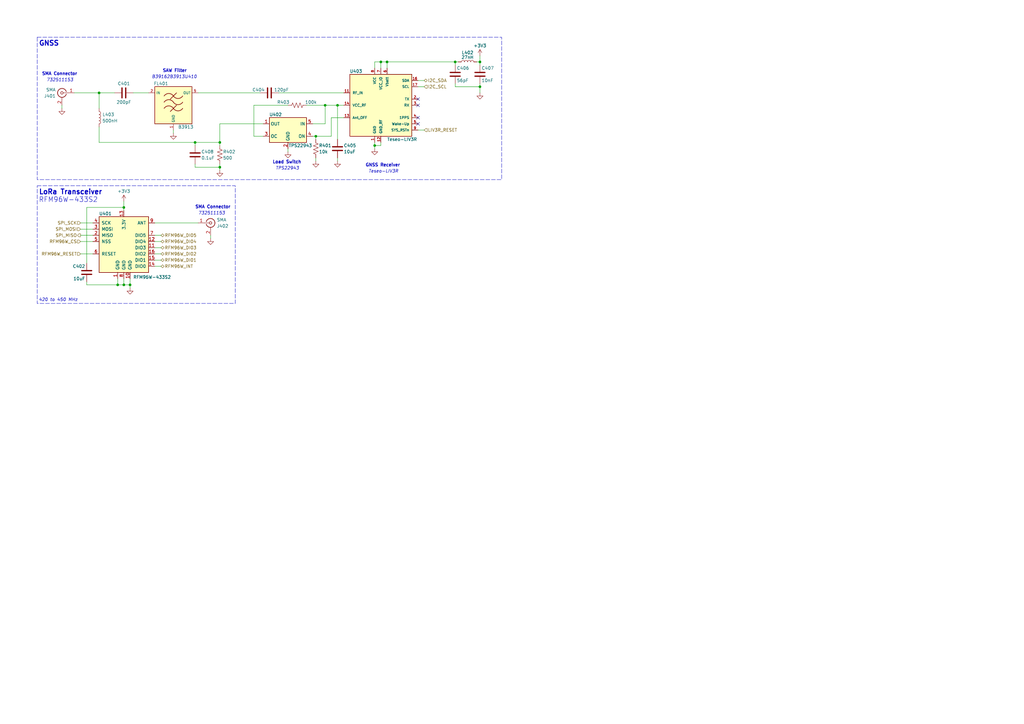
<source format=kicad_sch>
(kicad_sch (version 20230121) (generator eeschema)

  (uuid 25e87aab-0877-4568-a426-1d554c854643)

  (paper "A3")

  (title_block
    (title "MIDAS RF MK1.1")
    (date "2024-01-11")
    (rev "A")
    (company "Illinois Space Society")
    (comment 3 "Quinn Athas")
    (comment 4 "Contributors: Rishi Gottumukkala, Thomas McManamen, Peter Giannetos, Yubo Wu, ")
  )

  (lib_symbols
    (symbol "Connector:Conn_Coaxial" (pin_names (offset 1.016) hide) (in_bom yes) (on_board yes)
      (property "Reference" "J" (at 0.254 3.048 0)
        (effects (font (size 1.27 1.27)))
      )
      (property "Value" "Conn_Coaxial" (at 2.921 0 90)
        (effects (font (size 1.27 1.27)))
      )
      (property "Footprint" "" (at 0 0 0)
        (effects (font (size 1.27 1.27)) hide)
      )
      (property "Datasheet" " ~" (at 0 0 0)
        (effects (font (size 1.27 1.27)) hide)
      )
      (property "ki_keywords" "BNC SMA SMB SMC LEMO coaxial connector CINCH RCA" (at 0 0 0)
        (effects (font (size 1.27 1.27)) hide)
      )
      (property "ki_description" "coaxial connector (BNC, SMA, SMB, SMC, Cinch/RCA, LEMO, ...)" (at 0 0 0)
        (effects (font (size 1.27 1.27)) hide)
      )
      (property "ki_fp_filters" "*BNC* *SMA* *SMB* *SMC* *Cinch* *LEMO*" (at 0 0 0)
        (effects (font (size 1.27 1.27)) hide)
      )
      (symbol "Conn_Coaxial_0_1"
        (arc (start -1.778 -0.508) (mid 0.2311 -1.8066) (end 1.778 0)
          (stroke (width 0.254) (type default))
          (fill (type none))
        )
        (polyline
          (pts
            (xy -2.54 0)
            (xy -0.508 0)
          )
          (stroke (width 0) (type default))
          (fill (type none))
        )
        (polyline
          (pts
            (xy 0 -2.54)
            (xy 0 -1.778)
          )
          (stroke (width 0) (type default))
          (fill (type none))
        )
        (circle (center 0 0) (radius 0.508)
          (stroke (width 0.2032) (type default))
          (fill (type none))
        )
        (arc (start 1.778 0) (mid 0.2099 1.8101) (end -1.778 0.508)
          (stroke (width 0.254) (type default))
          (fill (type none))
        )
      )
      (symbol "Conn_Coaxial_1_1"
        (pin passive line (at -5.08 0 0) (length 2.54)
          (name "In" (effects (font (size 1.27 1.27))))
          (number "1" (effects (font (size 1.27 1.27))))
        )
        (pin passive line (at 0 -5.08 90) (length 2.54)
          (name "Ext" (effects (font (size 1.27 1.27))))
          (number "2" (effects (font (size 1.27 1.27))))
        )
      )
    )
    (symbol "D24V50F5:C" (pin_numbers hide) (pin_names (offset 0.254)) (in_bom yes) (on_board yes)
      (property "Reference" "C" (at 0.635 2.54 0)
        (effects (font (size 1.27 1.27)) (justify left))
      )
      (property "Value" "C" (at 0.635 -2.54 0)
        (effects (font (size 1.27 1.27)) (justify left))
      )
      (property "Footprint" "" (at 0.9652 -3.81 0)
        (effects (font (size 1.27 1.27)) hide)
      )
      (property "Datasheet" "~" (at 0 0 0)
        (effects (font (size 1.27 1.27)) hide)
      )
      (property "ki_keywords" "cap capacitor" (at 0 0 0)
        (effects (font (size 1.27 1.27)) hide)
      )
      (property "ki_description" "Unpolarized capacitor" (at 0 0 0)
        (effects (font (size 1.27 1.27)) hide)
      )
      (property "ki_fp_filters" "C_*" (at 0 0 0)
        (effects (font (size 1.27 1.27)) hide)
      )
      (symbol "C_0_1"
        (polyline
          (pts
            (xy -2.032 -0.762)
            (xy 2.032 -0.762)
          )
          (stroke (width 0.508) (type default))
          (fill (type none))
        )
        (polyline
          (pts
            (xy -2.032 0.762)
            (xy 2.032 0.762)
          )
          (stroke (width 0.508) (type default))
          (fill (type none))
        )
      )
      (symbol "C_1_1"
        (pin passive line (at 0 3.81 270) (length 2.794)
          (name "~" (effects (font (size 1.27 1.27))))
          (number "1" (effects (font (size 1.27 1.27))))
        )
        (pin passive line (at 0 -3.81 90) (length 2.794)
          (name "~" (effects (font (size 1.27 1.27))))
          (number "2" (effects (font (size 1.27 1.27))))
        )
      )
    )
    (symbol "Device:C" (pin_numbers hide) (pin_names (offset 0.254)) (in_bom yes) (on_board yes)
      (property "Reference" "C" (at 0.635 2.54 0)
        (effects (font (size 1.27 1.27)) (justify left))
      )
      (property "Value" "C" (at 0.635 -2.54 0)
        (effects (font (size 1.27 1.27)) (justify left))
      )
      (property "Footprint" "" (at 0.9652 -3.81 0)
        (effects (font (size 1.27 1.27)) hide)
      )
      (property "Datasheet" "~" (at 0 0 0)
        (effects (font (size 1.27 1.27)) hide)
      )
      (property "ki_keywords" "cap capacitor" (at 0 0 0)
        (effects (font (size 1.27 1.27)) hide)
      )
      (property "ki_description" "Unpolarized capacitor" (at 0 0 0)
        (effects (font (size 1.27 1.27)) hide)
      )
      (property "ki_fp_filters" "C_*" (at 0 0 0)
        (effects (font (size 1.27 1.27)) hide)
      )
      (symbol "C_0_1"
        (polyline
          (pts
            (xy -2.032 -0.762)
            (xy 2.032 -0.762)
          )
          (stroke (width 0.508) (type default))
          (fill (type none))
        )
        (polyline
          (pts
            (xy -2.032 0.762)
            (xy 2.032 0.762)
          )
          (stroke (width 0.508) (type default))
          (fill (type none))
        )
      )
      (symbol "C_1_1"
        (pin passive line (at 0 3.81 270) (length 2.794)
          (name "~" (effects (font (size 1.27 1.27))))
          (number "1" (effects (font (size 1.27 1.27))))
        )
        (pin passive line (at 0 -3.81 90) (length 2.794)
          (name "~" (effects (font (size 1.27 1.27))))
          (number "2" (effects (font (size 1.27 1.27))))
        )
      )
    )
    (symbol "Device:L" (pin_numbers hide) (pin_names (offset 1.016) hide) (in_bom yes) (on_board yes)
      (property "Reference" "L" (at -1.27 0 90)
        (effects (font (size 1.27 1.27)))
      )
      (property "Value" "L" (at 1.905 0 90)
        (effects (font (size 1.27 1.27)))
      )
      (property "Footprint" "" (at 0 0 0)
        (effects (font (size 1.27 1.27)) hide)
      )
      (property "Datasheet" "~" (at 0 0 0)
        (effects (font (size 1.27 1.27)) hide)
      )
      (property "ki_keywords" "inductor choke coil reactor magnetic" (at 0 0 0)
        (effects (font (size 1.27 1.27)) hide)
      )
      (property "ki_description" "Inductor" (at 0 0 0)
        (effects (font (size 1.27 1.27)) hide)
      )
      (property "ki_fp_filters" "Choke_* *Coil* Inductor_* L_*" (at 0 0 0)
        (effects (font (size 1.27 1.27)) hide)
      )
      (symbol "L_0_1"
        (arc (start 0 -2.54) (mid 0.6323 -1.905) (end 0 -1.27)
          (stroke (width 0) (type default))
          (fill (type none))
        )
        (arc (start 0 -1.27) (mid 0.6323 -0.635) (end 0 0)
          (stroke (width 0) (type default))
          (fill (type none))
        )
        (arc (start 0 0) (mid 0.6323 0.635) (end 0 1.27)
          (stroke (width 0) (type default))
          (fill (type none))
        )
        (arc (start 0 1.27) (mid 0.6323 1.905) (end 0 2.54)
          (stroke (width 0) (type default))
          (fill (type none))
        )
      )
      (symbol "L_1_1"
        (pin passive line (at 0 3.81 270) (length 1.27)
          (name "1" (effects (font (size 1.27 1.27))))
          (number "1" (effects (font (size 1.27 1.27))))
        )
        (pin passive line (at 0 -3.81 90) (length 1.27)
          (name "2" (effects (font (size 1.27 1.27))))
          (number "2" (effects (font (size 1.27 1.27))))
        )
      )
    )
    (symbol "Device:R_US" (pin_numbers hide) (pin_names (offset 0)) (in_bom yes) (on_board yes)
      (property "Reference" "R" (at 2.54 0 90)
        (effects (font (size 1.27 1.27)))
      )
      (property "Value" "R_US" (at -2.54 0 90)
        (effects (font (size 1.27 1.27)))
      )
      (property "Footprint" "" (at 1.016 -0.254 90)
        (effects (font (size 1.27 1.27)) hide)
      )
      (property "Datasheet" "~" (at 0 0 0)
        (effects (font (size 1.27 1.27)) hide)
      )
      (property "ki_keywords" "R res resistor" (at 0 0 0)
        (effects (font (size 1.27 1.27)) hide)
      )
      (property "ki_description" "Resistor, US symbol" (at 0 0 0)
        (effects (font (size 1.27 1.27)) hide)
      )
      (property "ki_fp_filters" "R_*" (at 0 0 0)
        (effects (font (size 1.27 1.27)) hide)
      )
      (symbol "R_US_0_1"
        (polyline
          (pts
            (xy 0 -2.286)
            (xy 0 -2.54)
          )
          (stroke (width 0) (type default))
          (fill (type none))
        )
        (polyline
          (pts
            (xy 0 2.286)
            (xy 0 2.54)
          )
          (stroke (width 0) (type default))
          (fill (type none))
        )
        (polyline
          (pts
            (xy 0 -0.762)
            (xy 1.016 -1.143)
            (xy 0 -1.524)
            (xy -1.016 -1.905)
            (xy 0 -2.286)
          )
          (stroke (width 0) (type default))
          (fill (type none))
        )
        (polyline
          (pts
            (xy 0 0.762)
            (xy 1.016 0.381)
            (xy 0 0)
            (xy -1.016 -0.381)
            (xy 0 -0.762)
          )
          (stroke (width 0) (type default))
          (fill (type none))
        )
        (polyline
          (pts
            (xy 0 2.286)
            (xy 1.016 1.905)
            (xy 0 1.524)
            (xy -1.016 1.143)
            (xy 0 0.762)
          )
          (stroke (width 0) (type default))
          (fill (type none))
        )
      )
      (symbol "R_US_1_1"
        (pin passive line (at 0 3.81 270) (length 1.27)
          (name "~" (effects (font (size 1.27 1.27))))
          (number "1" (effects (font (size 1.27 1.27))))
        )
        (pin passive line (at 0 -3.81 90) (length 1.27)
          (name "~" (effects (font (size 1.27 1.27))))
          (number "2" (effects (font (size 1.27 1.27))))
        )
      )
    )
    (symbol "RF_Filter_Qualcomm:B3913" (in_bom yes) (on_board yes)
      (property "Reference" "FL" (at -6.35 8.89 0)
        (effects (font (size 1.27 1.27)))
      )
      (property "Value" "B3913" (at 7.62 8.89 0)
        (effects (font (size 1.27 1.27)) (justify right))
      )
      (property "Footprint" "RF_Filter_Qualcomm:Qualcomm_SMD-6" (at 0 -21.59 0)
        (effects (font (size 1.27 1.27)) hide)
      )
      (property "Datasheet" "https://mm.digikey.com/Volume0/opasdata/d220001/medias/docus/4271/B39162B3913U410_DS.pdf" (at 0 -24.13 0)
        (effects (font (size 1.27 1.27)) hide)
      )
      (property "ki_keywords" "SAW RF filter GPS/GLONASS/Galileo Center 1588MHz Qualcomm" (at 0 0 0)
        (effects (font (size 1.27 1.27)) hide)
      )
      (property "ki_description" "SAW RF filter GPS/GLONASS/Galileo Center 1588MHz Qualcomm" (at 0 0 0)
        (effects (font (size 1.27 1.27)) hide)
      )
      (symbol "B3913_0_0"
        (rectangle (start -7.62 7.62) (end 7.62 -7.62)
          (stroke (width 0.254) (type default))
          (fill (type background))
        )
        (pin input line (at -10.16 5.08 0) (length 2.54)
          (name "IN" (effects (font (size 1.016 1.016))))
          (number "2" (effects (font (size 1.016 1.016))))
        )
        (pin output line (at 10.16 5.08 180) (length 2.54)
          (name "OUT" (effects (font (size 1.016 1.016))))
          (number "5" (effects (font (size 1.016 1.016))))
        )
      )
      (symbol "B3913_0_1"
        (arc (start 0 -1.2699) (mid -1.905 -0.2504) (end -3.81 -1.2699)
          (stroke (width 0.254) (type default))
          (fill (type none))
        )
        (arc (start 0 -1.2699) (mid 1.905 -2.2894) (end 3.81 -1.2699)
          (stroke (width 0.254) (type default))
          (fill (type none))
        )
        (polyline
          (pts
            (xy -1.27 -2.5399)
            (xy 1.27 0.0001)
          )
          (stroke (width 0.254) (type default))
          (fill (type none))
        )
        (polyline
          (pts
            (xy -1.27 2.5401)
            (xy 1.27 5.0801)
          )
          (stroke (width 0.254) (type default))
          (fill (type none))
        )
        (arc (start 0 1.2701) (mid -1.905 2.2896) (end -3.81 1.2701)
          (stroke (width 0.254) (type default))
          (fill (type none))
        )
        (arc (start 0 1.2701) (mid 1.905 0.2506) (end 3.81 1.2701)
          (stroke (width 0.254) (type default))
          (fill (type none))
        )
        (arc (start 0 3.8101) (mid -1.905 4.8296) (end -3.81 3.8101)
          (stroke (width 0.254) (type default))
          (fill (type none))
        )
        (arc (start 0 3.8101) (mid 1.905 2.7906) (end 3.81 3.8101)
          (stroke (width 0.254) (type default))
          (fill (type none))
        )
      )
      (symbol "B3913_1_0"
        (pin power_in line (at 0 -10.16 90) (length 2.54)
          (name "GND" (effects (font (size 1.016 1.016))))
          (number "1" (effects (font (size 1.016 1.016))))
        )
        (pin power_in line (at 0 -10.16 90) (length 2.54) hide
          (name "GND" (effects (font (size 1.016 1.016))))
          (number "3" (effects (font (size 1.016 1.016))))
        )
        (pin power_in line (at 0 -10.16 90) (length 2.54) hide
          (name "GND" (effects (font (size 1.016 1.016))))
          (number "4" (effects (font (size 1.016 1.016))))
        )
        (pin power_in line (at 0 -10.16 90) (length 2.54) hide
          (name "GND" (effects (font (size 1.016 1.016))))
          (number "6" (effects (font (size 1.016 1.016))))
        )
      )
    )
    (symbol "RF_GPS_ST:Teseo-LIV3R" (pin_names (offset 1.016)) (in_bom yes) (on_board yes)
      (property "Reference" "U" (at -12.065 14.605 0)
        (effects (font (size 1.27 1.27)))
      )
      (property "Value" "Teseo-LIV3R" (at 10.795 -13.97 0)
        (effects (font (size 1.27 1.27)))
      )
      (property "Footprint" "RF_GPS_ST:Teseo-LIV3R" (at 0 -22.86 0)
        (effects (font (size 1.27 1.27)) (justify bottom) hide)
      )
      (property "Datasheet" "https://www.st.com/resource/en/datasheet/teseo-liv3r.pdf" (at 0 -17.78 0)
        (effects (font (size 1.27 1.27)) hide)
      )
      (property "ki_keywords" "GNSS GPS Module ROM 100km 163 dBm tracking sensitivity 1.5 m CEP ST STMicroelectronics" (at 0 0 0)
        (effects (font (size 1.27 1.27)) hide)
      )
      (property "ki_description" "GNSS Module ROM 100km, 163 dBm tracking sensitivity, 1.5 m CEP ST" (at 0 0 0)
        (effects (font (size 1.27 1.27)) hide)
      )
      (symbol "Teseo-LIV3R_0_0"
        (rectangle (start -12.7 12.7) (end 12.7 -12.7)
          (stroke (width 0.254) (type default))
          (fill (type background))
        )
        (pin power_in line (at 2.54 -15.24 90) (length 2.54)
          (name "GND" (effects (font (size 1.016 1.016))))
          (number "1" (effects (font (size 1.016 1.016))))
        )
        (pin input line (at 15.24 5.08 180) (length 2.54)
          (name "RF_IN" (effects (font (size 1.016 1.016))))
          (number "11" (effects (font (size 1.016 1.016))))
        )
        (pin power_in line (at 0 -15.24 90) (length 2.54)
          (name "GND_RF" (effects (font (size 1.016 1.016))))
          (number "12" (effects (font (size 1.016 1.016))))
        )
        (pin power_out line (at 15.24 0 180) (length 2.54)
          (name "VCC_RF" (effects (font (size 1.016 1.016))))
          (number "14" (effects (font (size 1.016 1.016))))
        )
        (pin bidirectional line (at -15.24 10.16 0) (length 2.54)
          (name "SDA" (effects (font (size 1.016 1.016))))
          (number "16" (effects (font (size 1.016 1.016))))
        )
        (pin input line (at -15.24 7.62 0) (length 2.54)
          (name "SCL" (effects (font (size 1.016 1.016))))
          (number "17" (effects (font (size 1.016 1.016))))
        )
        (pin output line (at -15.24 2.54 0) (length 2.54)
          (name "TX" (effects (font (size 1.016 1.016))))
          (number "2" (effects (font (size 1.016 1.016))))
        )
        (pin input line (at -15.24 0 0) (length 2.54)
          (name "RX" (effects (font (size 1.016 1.016))))
          (number "3" (effects (font (size 1.016 1.016))))
        )
        (pin output line (at -15.24 -5.08 0) (length 2.54)
          (name "1PPS" (effects (font (size 1.016 1.016))))
          (number "4" (effects (font (size 1.016 1.016))))
        )
        (pin input line (at -15.24 -7.62 0) (length 2.54)
          (name "Wake-Up" (effects (font (size 1.016 1.016))))
          (number "5" (effects (font (size 1.016 1.016))))
        )
        (pin power_in line (at -2.54 15.24 270) (length 2.54)
          (name "Vbatt" (effects (font (size 1.016 1.016))))
          (number "6" (effects (font (size 1.016 1.016))))
        )
        (pin power_in line (at 0 15.24 270) (length 2.54)
          (name "VCC_IO" (effects (font (size 1.016 1.016))))
          (number "7" (effects (font (size 1.016 1.016))))
        )
        (pin power_in line (at 2.54 15.24 270) (length 2.54)
          (name "VCC" (effects (font (size 1.016 1.016))))
          (number "8" (effects (font (size 1.016 1.016))))
        )
        (pin input line (at -15.24 -10.16 0) (length 2.54)
          (name "SYS_RSTn" (effects (font (size 1.016 1.016))))
          (number "9" (effects (font (size 1.016 1.016))))
        )
      )
      (symbol "Teseo-LIV3R_1_0"
        (pin power_in line (at 0 -15.24 90) (length 2.54) hide
          (name "GND_RF" (effects (font (size 1.016 1.016))))
          (number "10" (effects (font (size 1.016 1.016))))
        )
        (pin output line (at 15.24 -5.08 180) (length 2.54)
          (name "Ant_OFF" (effects (font (size 1.016 1.016))))
          (number "13" (effects (font (size 1.016 1.016))))
        )
        (pin no_connect line (at 15.24 -10.16 180) (length 2.54) hide
          (name "Reserved" (effects (font (size 1.016 1.016))))
          (number "15" (effects (font (size 1.016 1.016))))
        )
        (pin no_connect line (at 15.24 -10.16 180) (length 2.54) hide
          (name "Reserved" (effects (font (size 1.016 1.016))))
          (number "18" (effects (font (size 1.016 1.016))))
        )
      )
    )
    (symbol "RF_Module:RFM96W-433S2" (pin_names (offset 1.016)) (in_bom yes) (on_board yes)
      (property "Reference" "U" (at -10.414 11.684 0)
        (effects (font (size 1.27 1.27)) (justify left))
      )
      (property "Value" "RFM96W-433S2" (at 1.524 11.43 0)
        (effects (font (size 1.27 1.27)) (justify left))
      )
      (property "Footprint" "" (at -83.82 41.91 0)
        (effects (font (size 1.27 1.27)) hide)
      )
      (property "Datasheet" "https://www.hoperf.com/data/upload/portal/20181127/5bfcc0ac60235.pdf" (at -83.82 41.91 0)
        (effects (font (size 1.27 1.27)) hide)
      )
      (property "ki_keywords" "Low power long range transceiver module" (at 0 0 0)
        (effects (font (size 1.27 1.27)) hide)
      )
      (property "ki_description" "Low power long range transceiver module, SPI and parallel interface, 433 MHz, spreading factor 6 to12, bandwidth 7.8 to 500kHz, -111 to -148 dBm, SMD-16, DIP-16" (at 0 0 0)
        (effects (font (size 1.27 1.27)) hide)
      )
      (property "ki_fp_filters" "HOPERF*RFM9XW*" (at 0 0 0)
        (effects (font (size 1.27 1.27)) hide)
      )
      (symbol "RFM96W-433S2_0_1"
        (rectangle (start -10.16 10.16) (end 10.16 -12.7)
          (stroke (width 0.254) (type default))
          (fill (type background))
        )
      )
      (symbol "RFM96W-433S2_1_1"
        (pin power_in line (at -2.54 -15.24 90) (length 2.54)
          (name "GND" (effects (font (size 1.27 1.27))))
          (number "1" (effects (font (size 1.27 1.27))))
        )
        (pin power_in line (at 2.54 -15.24 90) (length 2.54)
          (name "GND" (effects (font (size 1.27 1.27))))
          (number "10" (effects (font (size 1.27 1.27))))
        )
        (pin bidirectional line (at 12.7 -2.54 180) (length 2.54)
          (name "DIO3" (effects (font (size 1.27 1.27))))
          (number "11" (effects (font (size 1.27 1.27))))
        )
        (pin bidirectional line (at 12.7 0 180) (length 2.54)
          (name "DIO4" (effects (font (size 1.27 1.27))))
          (number "12" (effects (font (size 1.27 1.27))))
        )
        (pin power_in line (at 0 12.7 270) (length 2.54)
          (name "3.3V" (effects (font (size 1.27 1.27))))
          (number "13" (effects (font (size 1.27 1.27))))
        )
        (pin bidirectional line (at 12.7 -10.16 180) (length 2.54)
          (name "DIO0" (effects (font (size 1.27 1.27))))
          (number "14" (effects (font (size 1.27 1.27))))
        )
        (pin bidirectional line (at 12.7 -7.62 180) (length 2.54)
          (name "DIO1" (effects (font (size 1.27 1.27))))
          (number "15" (effects (font (size 1.27 1.27))))
        )
        (pin bidirectional line (at 12.7 -5.08 180) (length 2.54)
          (name "DIO2" (effects (font (size 1.27 1.27))))
          (number "16" (effects (font (size 1.27 1.27))))
        )
        (pin output line (at -12.7 2.54 0) (length 2.54)
          (name "MISO" (effects (font (size 1.27 1.27))))
          (number "2" (effects (font (size 1.27 1.27))))
        )
        (pin input line (at -12.7 5.08 0) (length 2.54)
          (name "MOSI" (effects (font (size 1.27 1.27))))
          (number "3" (effects (font (size 1.27 1.27))))
        )
        (pin input line (at -12.7 7.62 0) (length 2.54)
          (name "SCK" (effects (font (size 1.27 1.27))))
          (number "4" (effects (font (size 1.27 1.27))))
        )
        (pin input line (at -12.7 0 0) (length 2.54)
          (name "NSS" (effects (font (size 1.27 1.27))))
          (number "5" (effects (font (size 1.27 1.27))))
        )
        (pin bidirectional line (at -12.7 -5.08 0) (length 2.54)
          (name "RESET" (effects (font (size 1.27 1.27))))
          (number "6" (effects (font (size 1.27 1.27))))
        )
        (pin bidirectional line (at 12.7 2.54 180) (length 2.54)
          (name "DIO5" (effects (font (size 1.27 1.27))))
          (number "7" (effects (font (size 1.27 1.27))))
        )
        (pin power_in line (at 0 -15.24 90) (length 2.54)
          (name "GND" (effects (font (size 1.27 1.27))))
          (number "8" (effects (font (size 1.27 1.27))))
        )
        (pin bidirectional line (at 12.7 7.62 180) (length 2.54)
          (name "ANT" (effects (font (size 1.27 1.27))))
          (number "9" (effects (font (size 1.27 1.27))))
        )
      )
    )
    (symbol "Switch_Texas:TPS22943" (in_bom yes) (on_board yes)
      (property "Reference" "U" (at -6.35 6.35 0)
        (effects (font (size 1.27 1.27)))
      )
      (property "Value" "TPS22943" (at 6.35 -6.35 0)
        (effects (font (size 1.27 1.27)))
      )
      (property "Footprint" "Package_TO_SOT_SMD:SOT-353_SC-70-5" (at 1.27 -19.05 0)
        (effects (font (size 1.27 1.27)) hide)
      )
      (property "Datasheet" "https://www.ti.com/lit/gpn/tps22943" (at 0 -21.59 0)
        (effects (font (size 1.27 1.27)) hide)
      )
      (property "ki_keywords" "TPS22943 Load Switch" (at 0 0 0)
        (effects (font (size 1.27 1.27)) hide)
      )
      (property "ki_description" "Load switch with current limit and active high enable" (at 0 0 0)
        (effects (font (size 1.27 1.27)) hide)
      )
      (property "ki_fp_filters" "SOT?23*" (at 0 0 0)
        (effects (font (size 1.27 1.27)) hide)
      )
      (symbol "TPS22943_0_1"
        (rectangle (start -7.62 5.08) (end 7.62 -5.08)
          (stroke (width 0.254) (type default))
          (fill (type background))
        )
      )
      (symbol "TPS22943_1_1"
        (pin power_out line (at 10.16 2.54 180) (length 2.54)
          (name "OUT" (effects (font (size 1.27 1.27))))
          (number "1" (effects (font (size 1.27 1.27))))
        )
        (pin power_in line (at 0 -7.62 90) (length 2.54)
          (name "GND" (effects (font (size 1.27 1.27))))
          (number "2" (effects (font (size 1.27 1.27))))
        )
        (pin output line (at 10.16 -2.54 180) (length 2.54)
          (name "OC" (effects (font (size 1.27 1.27))))
          (number "3" (effects (font (size 1.27 1.27))))
        )
        (pin input line (at -10.16 -2.54 0) (length 2.54)
          (name "ON" (effects (font (size 1.27 1.27))))
          (number "4" (effects (font (size 1.27 1.27))))
        )
        (pin power_in line (at -10.16 2.54 0) (length 2.54)
          (name "IN" (effects (font (size 1.27 1.27))))
          (number "5" (effects (font (size 1.27 1.27))))
        )
      )
    )
    (symbol "power:+3V3" (power) (pin_names (offset 0)) (in_bom yes) (on_board yes)
      (property "Reference" "#PWR" (at 0 -3.81 0)
        (effects (font (size 1.27 1.27)) hide)
      )
      (property "Value" "+3V3" (at 0 3.556 0)
        (effects (font (size 1.27 1.27)))
      )
      (property "Footprint" "" (at 0 0 0)
        (effects (font (size 1.27 1.27)) hide)
      )
      (property "Datasheet" "" (at 0 0 0)
        (effects (font (size 1.27 1.27)) hide)
      )
      (property "ki_keywords" "global power" (at 0 0 0)
        (effects (font (size 1.27 1.27)) hide)
      )
      (property "ki_description" "Power symbol creates a global label with name \"+3V3\"" (at 0 0 0)
        (effects (font (size 1.27 1.27)) hide)
      )
      (symbol "+3V3_0_1"
        (polyline
          (pts
            (xy -0.762 1.27)
            (xy 0 2.54)
          )
          (stroke (width 0) (type default))
          (fill (type none))
        )
        (polyline
          (pts
            (xy 0 0)
            (xy 0 2.54)
          )
          (stroke (width 0) (type default))
          (fill (type none))
        )
        (polyline
          (pts
            (xy 0 2.54)
            (xy 0.762 1.27)
          )
          (stroke (width 0) (type default))
          (fill (type none))
        )
      )
      (symbol "+3V3_1_1"
        (pin power_in line (at 0 0 90) (length 0) hide
          (name "+3V3" (effects (font (size 1.27 1.27))))
          (number "1" (effects (font (size 1.27 1.27))))
        )
      )
    )
    (symbol "power:GND" (power) (pin_names (offset 0)) (in_bom yes) (on_board yes)
      (property "Reference" "#PWR" (at 0 -6.35 0)
        (effects (font (size 1.27 1.27)) hide)
      )
      (property "Value" "GND" (at 0 -3.81 0)
        (effects (font (size 1.27 1.27)))
      )
      (property "Footprint" "" (at 0 0 0)
        (effects (font (size 1.27 1.27)) hide)
      )
      (property "Datasheet" "" (at 0 0 0)
        (effects (font (size 1.27 1.27)) hide)
      )
      (property "ki_keywords" "global power" (at 0 0 0)
        (effects (font (size 1.27 1.27)) hide)
      )
      (property "ki_description" "Power symbol creates a global label with name \"GND\" , ground" (at 0 0 0)
        (effects (font (size 1.27 1.27)) hide)
      )
      (symbol "GND_0_1"
        (polyline
          (pts
            (xy 0 0)
            (xy 0 -1.27)
            (xy 1.27 -1.27)
            (xy 0 -2.54)
            (xy -1.27 -1.27)
            (xy 0 -1.27)
          )
          (stroke (width 0) (type default))
          (fill (type none))
        )
      )
      (symbol "GND_1_1"
        (pin power_in line (at 0 0 270) (length 0) hide
          (name "GND" (effects (font (size 1.27 1.27))))
          (number "1" (effects (font (size 1.27 1.27))))
        )
      )
    )
  )

  (junction (at 80.01 58.42) (diameter 0) (color 0 0 0 0)
    (uuid 024124bd-f62b-4706-9e7b-7ccac667dc00)
  )
  (junction (at 158.75 25.4) (diameter 0) (color 0 0 0 0)
    (uuid 090a6cb9-6d4a-4854-a20a-2c2732df7054)
  )
  (junction (at 50.8 116.84) (diameter 0) (color 0 0 0 0)
    (uuid 0ba13694-939c-4532-9187-4742aa17f50e)
  )
  (junction (at 129.54 55.88) (diameter 0) (color 0 0 0 0)
    (uuid 26005a38-f162-4073-ba40-12633c1923cb)
  )
  (junction (at 40.64 38.1) (diameter 0) (color 0 0 0 0)
    (uuid 3f3abba6-4f03-4574-85d5-af9f884ee059)
  )
  (junction (at 48.26 116.84) (diameter 0) (color 0 0 0 0)
    (uuid 6132ba98-10d2-46e9-8a75-37908c3d83cb)
  )
  (junction (at 90.17 58.42) (diameter 0) (color 0 0 0 0)
    (uuid 6d48f0bf-da13-407d-ac51-7f24006086e4)
  )
  (junction (at 50.8 85.09) (diameter 0) (color 0 0 0 0)
    (uuid 6ff050e2-fdb7-40da-a6c9-d93cbfc16d46)
  )
  (junction (at 196.85 25.4) (diameter 0) (color 0 0 0 0)
    (uuid 76866073-c301-47a5-a290-a8f9c9921380)
  )
  (junction (at 138.43 43.18) (diameter 0) (color 0 0 0 0)
    (uuid 81d330e2-15f6-436c-8ab4-806529c9e299)
  )
  (junction (at 133.35 43.18) (diameter 0) (color 0 0 0 0)
    (uuid 85989c1d-a237-4f00-86b1-e5f3427966fb)
  )
  (junction (at 153.67 59.69) (diameter 0) (color 0 0 0 0)
    (uuid 8ad7099c-ef57-4e2f-9c77-d4bc9af13d59)
  )
  (junction (at 90.17 68.58) (diameter 0) (color 0 0 0 0)
    (uuid 8f56bb10-b452-4370-aab8-ef4b21daa766)
  )
  (junction (at 156.21 25.4) (diameter 0) (color 0 0 0 0)
    (uuid a9b13e46-2f85-4e8a-805c-53976fd75c88)
  )
  (junction (at 196.85 35.56) (diameter 0) (color 0 0 0 0)
    (uuid d0c4325c-970e-4ab3-beec-4f9d644566d5)
  )
  (junction (at 53.34 116.84) (diameter 0) (color 0 0 0 0)
    (uuid f851b4d0-1fe9-4430-98c8-ff0cf3ffa95b)
  )
  (junction (at 186.69 25.4) (diameter 0) (color 0 0 0 0)
    (uuid f96cc8cc-ce3d-4daa-93da-bf626e2719bd)
  )

  (no_connect (at 171.45 48.26) (uuid 1e44f6a7-1fb4-44e2-8f15-236bce9aa898))
  (no_connect (at 171.45 43.18) (uuid 6c83b8ca-f50c-4bdf-9702-1f599c997f96))
  (no_connect (at 171.45 50.8) (uuid ad9112ad-e23c-45f6-bd99-717d6cd4a26f))
  (no_connect (at 171.45 40.64) (uuid b14df118-85a9-408a-8098-487c2b74a401))

  (wire (pts (xy 35.56 85.09) (xy 50.8 85.09))
    (stroke (width 0) (type default))
    (uuid 03087d76-77f1-441e-b954-9768bfde7810)
  )
  (wire (pts (xy 153.67 59.69) (xy 153.67 60.96))
    (stroke (width 0) (type default))
    (uuid 06f89051-9556-4821-9f18-ade0e598e1dc)
  )
  (wire (pts (xy 156.21 59.69) (xy 156.21 58.42))
    (stroke (width 0) (type default))
    (uuid 079c0b26-b7dc-4f6b-b5be-e33cb2783749)
  )
  (wire (pts (xy 196.85 25.4) (xy 195.58 25.4))
    (stroke (width 0) (type default))
    (uuid 0a99bfae-ac2e-4095-a01e-eb14597ae6fa)
  )
  (wire (pts (xy 107.95 55.88) (xy 104.14 55.88))
    (stroke (width 0) (type default))
    (uuid 0afe87e2-4017-4b9f-925f-1736ed5d3b3c)
  )
  (wire (pts (xy 63.5 109.22) (xy 66.04 109.22))
    (stroke (width 0) (type default))
    (uuid 0f4f4dd6-1e93-400f-9ebf-c53a5f9a105f)
  )
  (wire (pts (xy 138.43 66.04) (xy 138.43 64.77))
    (stroke (width 0) (type default))
    (uuid 16a7722a-1228-4b65-802a-5a6867901310)
  )
  (wire (pts (xy 50.8 85.09) (xy 50.8 86.36))
    (stroke (width 0) (type default))
    (uuid 1bcd572d-f1ea-4723-a50f-d4a0e0e53bf6)
  )
  (wire (pts (xy 114.3 38.1) (xy 140.97 38.1))
    (stroke (width 0) (type default))
    (uuid 25415565-3c25-453b-bdd7-8ef6d7b879e3)
  )
  (wire (pts (xy 48.26 116.84) (xy 50.8 116.84))
    (stroke (width 0) (type default))
    (uuid 25a2b644-a177-435c-9882-4ba7fee900fe)
  )
  (wire (pts (xy 86.36 96.52) (xy 86.36 97.79))
    (stroke (width 0) (type default))
    (uuid 2849c13f-74d0-4cf8-98db-d5b3e72362c5)
  )
  (wire (pts (xy 25.4 43.18) (xy 25.4 44.45))
    (stroke (width 0) (type default))
    (uuid 2aff4f09-ae1c-4859-9e98-7d776910f2f1)
  )
  (wire (pts (xy 80.01 58.42) (xy 90.17 58.42))
    (stroke (width 0) (type default))
    (uuid 2d033d34-c2ae-4432-aab9-24dca9f1f087)
  )
  (wire (pts (xy 50.8 82.55) (xy 50.8 85.09))
    (stroke (width 0) (type default))
    (uuid 2dd2bf80-3bef-4dd6-be01-85a0f8aefabb)
  )
  (wire (pts (xy 173.99 35.56) (xy 171.45 35.56))
    (stroke (width 0) (type default))
    (uuid 366e6c32-cbcb-4919-8d16-e86ab298eed1)
  )
  (wire (pts (xy 153.67 58.42) (xy 153.67 59.69))
    (stroke (width 0) (type default))
    (uuid 3efbca2a-7b1b-4c95-bcbb-b92e115bf088)
  )
  (wire (pts (xy 156.21 25.4) (xy 156.21 27.94))
    (stroke (width 0) (type default))
    (uuid 4276e03b-3454-41a0-8297-c704f2dd628d)
  )
  (wire (pts (xy 129.54 57.15) (xy 129.54 55.88))
    (stroke (width 0) (type default))
    (uuid 435a7dbd-651d-4822-b334-8eed4c16e5e0)
  )
  (wire (pts (xy 50.8 114.3) (xy 50.8 116.84))
    (stroke (width 0) (type default))
    (uuid 486d7c56-1775-47ae-baf3-54399d3ebb13)
  )
  (wire (pts (xy 63.5 96.52) (xy 66.04 96.52))
    (stroke (width 0) (type default))
    (uuid 498b33d2-8450-40ed-ab7e-f5fc4d39daa5)
  )
  (wire (pts (xy 158.75 25.4) (xy 158.75 27.94))
    (stroke (width 0) (type default))
    (uuid 4a38a4fa-f94f-4df1-8ab0-6aa645b90beb)
  )
  (wire (pts (xy 196.85 22.86) (xy 196.85 25.4))
    (stroke (width 0) (type default))
    (uuid 4dc93374-de5c-4827-8996-5f690841ee95)
  )
  (wire (pts (xy 63.5 104.14) (xy 66.04 104.14))
    (stroke (width 0) (type default))
    (uuid 50e7d98d-37e9-4fb9-be3c-68acfb88729f)
  )
  (wire (pts (xy 90.17 68.58) (xy 80.01 68.58))
    (stroke (width 0) (type default))
    (uuid 5c6346f8-19df-4195-81a7-ca009c52dcc5)
  )
  (wire (pts (xy 133.35 43.18) (xy 133.35 50.8))
    (stroke (width 0) (type default))
    (uuid 6059ab74-f9f0-40a3-a4c4-24cce71b1886)
  )
  (wire (pts (xy 63.5 91.44) (xy 81.28 91.44))
    (stroke (width 0) (type default))
    (uuid 61230c4b-42d4-4916-b248-0672e4717d6c)
  )
  (wire (pts (xy 33.02 104.14) (xy 38.1 104.14))
    (stroke (width 0) (type default))
    (uuid 63d82eec-2d08-48d2-ab36-42b9fbded041)
  )
  (wire (pts (xy 38.1 91.44) (xy 33.02 91.44))
    (stroke (width 0) (type default))
    (uuid 6721879f-574e-4b66-9ecd-a2487d72ceed)
  )
  (wire (pts (xy 63.5 106.68) (xy 66.04 106.68))
    (stroke (width 0) (type default))
    (uuid 686e5b7e-966a-442d-8a93-853d103be033)
  )
  (wire (pts (xy 186.69 34.29) (xy 186.69 35.56))
    (stroke (width 0) (type default))
    (uuid 693e52a5-cc09-4445-99fc-f2e86ea89685)
  )
  (wire (pts (xy 129.54 55.88) (xy 128.27 55.88))
    (stroke (width 0) (type default))
    (uuid 6d0c8da5-fdd8-4bc4-9d7b-4ef8127622f6)
  )
  (wire (pts (xy 153.67 27.94) (xy 153.67 25.4))
    (stroke (width 0) (type default))
    (uuid 703a33f6-86ff-4cde-ab54-c3785cd3e5d9)
  )
  (wire (pts (xy 40.64 58.42) (xy 80.01 58.42))
    (stroke (width 0) (type default))
    (uuid 79545e96-8c47-4944-bb02-1db9d0df9438)
  )
  (wire (pts (xy 135.89 48.26) (xy 135.89 55.88))
    (stroke (width 0) (type default))
    (uuid 79cd62cf-3f06-4dd5-ba2b-a707f2b9446e)
  )
  (wire (pts (xy 90.17 67.31) (xy 90.17 68.58))
    (stroke (width 0) (type default))
    (uuid 7a727292-1408-4cb2-b6dc-fe98af06db33)
  )
  (wire (pts (xy 138.43 43.18) (xy 140.97 43.18))
    (stroke (width 0) (type default))
    (uuid 7b3d8cd8-c5f3-41b7-aeb7-61a89f9baabd)
  )
  (wire (pts (xy 104.14 43.18) (xy 118.11 43.18))
    (stroke (width 0) (type default))
    (uuid 8d6bbb43-78da-4b37-9322-97047c0c722e)
  )
  (wire (pts (xy 125.73 43.18) (xy 133.35 43.18))
    (stroke (width 0) (type default))
    (uuid 8e14cabf-c6d7-4f14-b424-85b4743a20bd)
  )
  (wire (pts (xy 138.43 43.18) (xy 133.35 43.18))
    (stroke (width 0) (type default))
    (uuid 8e8f9fb6-121b-43fb-8410-b26982a41ff1)
  )
  (wire (pts (xy 40.64 44.45) (xy 40.64 38.1))
    (stroke (width 0) (type default))
    (uuid 947ba8ba-1e2c-4b32-ae09-bcdf2a4c5ef2)
  )
  (wire (pts (xy 173.99 53.34) (xy 171.45 53.34))
    (stroke (width 0) (type default))
    (uuid 9623c725-45cd-40ad-a5b8-35b2ede7add7)
  )
  (wire (pts (xy 138.43 43.18) (xy 138.43 57.15))
    (stroke (width 0) (type default))
    (uuid 974fc1bb-059a-4f3c-973f-57c8db0d0202)
  )
  (wire (pts (xy 48.26 114.3) (xy 48.26 116.84))
    (stroke (width 0) (type default))
    (uuid 99f95a07-5dfb-4781-96e5-4dbd26bc62ef)
  )
  (wire (pts (xy 80.01 68.58) (xy 80.01 67.31))
    (stroke (width 0) (type default))
    (uuid a0ea0c73-75ec-48d2-92db-886a1d14a9a1)
  )
  (wire (pts (xy 35.56 115.57) (xy 35.56 116.84))
    (stroke (width 0) (type default))
    (uuid a3726591-fdd7-4166-9e6a-ddbca6ec43d7)
  )
  (wire (pts (xy 187.96 25.4) (xy 186.69 25.4))
    (stroke (width 0) (type default))
    (uuid a6c344cf-1540-4900-a111-796bb3b7085f)
  )
  (wire (pts (xy 53.34 116.84) (xy 53.34 118.11))
    (stroke (width 0) (type default))
    (uuid a9be0391-c047-4fb5-bdc4-2a7290be3f52)
  )
  (wire (pts (xy 63.5 99.06) (xy 66.04 99.06))
    (stroke (width 0) (type default))
    (uuid aca21158-f4bb-4848-90e4-456754c603b4)
  )
  (wire (pts (xy 158.75 25.4) (xy 186.69 25.4))
    (stroke (width 0) (type default))
    (uuid acf8d9ae-5d1f-4e59-9a72-112997c27bde)
  )
  (wire (pts (xy 153.67 59.69) (xy 156.21 59.69))
    (stroke (width 0) (type default))
    (uuid aef9dc3c-5dfe-4208-8ef1-b32ea5e5e499)
  )
  (wire (pts (xy 33.02 93.98) (xy 38.1 93.98))
    (stroke (width 0) (type default))
    (uuid af9768ec-2622-451d-ab48-84b2b3b510c1)
  )
  (wire (pts (xy 90.17 58.42) (xy 90.17 50.8))
    (stroke (width 0) (type default))
    (uuid b8bde4c6-0707-4201-b43a-1b500388e6e6)
  )
  (wire (pts (xy 71.12 53.34) (xy 71.12 54.61))
    (stroke (width 0) (type default))
    (uuid bb369347-ad9a-4696-85b7-c04ce549efd8)
  )
  (wire (pts (xy 135.89 55.88) (xy 129.54 55.88))
    (stroke (width 0) (type default))
    (uuid bcca3e0a-a581-4517-9061-2d51bb77a024)
  )
  (wire (pts (xy 186.69 35.56) (xy 196.85 35.56))
    (stroke (width 0) (type default))
    (uuid bcdb43bb-ad00-4eb2-a329-3448ee1f4883)
  )
  (wire (pts (xy 90.17 69.85) (xy 90.17 68.58))
    (stroke (width 0) (type default))
    (uuid bdb21b33-4932-4115-acca-86c8ee08d292)
  )
  (wire (pts (xy 196.85 26.67) (xy 196.85 25.4))
    (stroke (width 0) (type default))
    (uuid bfc8c296-b70b-425f-8362-5539dabb1d88)
  )
  (wire (pts (xy 156.21 25.4) (xy 158.75 25.4))
    (stroke (width 0) (type default))
    (uuid c2e6ca1b-5e20-436a-9e19-1d4f403e8d29)
  )
  (wire (pts (xy 129.54 66.04) (xy 129.54 64.77))
    (stroke (width 0) (type default))
    (uuid c606947d-270c-432d-ac67-cf86328a9fd6)
  )
  (wire (pts (xy 196.85 34.29) (xy 196.85 35.56))
    (stroke (width 0) (type default))
    (uuid ca3fac8b-75ff-49e8-9fe0-a8c80f78bd5a)
  )
  (wire (pts (xy 135.89 48.26) (xy 140.97 48.26))
    (stroke (width 0) (type default))
    (uuid cd8ff9e9-3f33-4633-aad5-ada9b526fc05)
  )
  (wire (pts (xy 133.35 50.8) (xy 128.27 50.8))
    (stroke (width 0) (type default))
    (uuid d30ed44a-6af5-4fdc-919a-07abe8db1167)
  )
  (wire (pts (xy 48.26 116.84) (xy 35.56 116.84))
    (stroke (width 0) (type default))
    (uuid d73b0ea6-007b-49a8-b23d-1c0028b7b950)
  )
  (wire (pts (xy 173.99 33.02) (xy 171.45 33.02))
    (stroke (width 0) (type default))
    (uuid d9592345-ae1f-4e25-a09c-73fac73d452d)
  )
  (wire (pts (xy 54.61 38.1) (xy 60.96 38.1))
    (stroke (width 0) (type default))
    (uuid d97f5b32-0c6f-477f-afaf-5216ab34620b)
  )
  (wire (pts (xy 90.17 58.42) (xy 90.17 59.69))
    (stroke (width 0) (type default))
    (uuid dad4e812-cf45-4f0a-9ad0-b9a4f029de94)
  )
  (wire (pts (xy 186.69 26.67) (xy 186.69 25.4))
    (stroke (width 0) (type default))
    (uuid de9aab0f-ce5e-47f1-85dd-42c711a2f62e)
  )
  (wire (pts (xy 38.1 96.52) (xy 33.02 96.52))
    (stroke (width 0) (type default))
    (uuid dfbe2a81-1009-47cb-87e7-21406f233c2a)
  )
  (wire (pts (xy 104.14 55.88) (xy 104.14 43.18))
    (stroke (width 0) (type default))
    (uuid e06a5024-98ec-48e2-9aca-ad559c3c2229)
  )
  (wire (pts (xy 35.56 85.09) (xy 35.56 107.95))
    (stroke (width 0) (type default))
    (uuid e1b4464e-f3ab-446f-963c-19d2bd84211b)
  )
  (wire (pts (xy 30.48 38.1) (xy 40.64 38.1))
    (stroke (width 0) (type default))
    (uuid e2ab8a61-a8da-416f-8405-01c75c96a4ab)
  )
  (wire (pts (xy 196.85 35.56) (xy 196.85 38.1))
    (stroke (width 0) (type default))
    (uuid e322bba6-5fdb-4fa6-8833-2959c7916b7c)
  )
  (wire (pts (xy 40.64 38.1) (xy 46.99 38.1))
    (stroke (width 0) (type default))
    (uuid e64e35cb-3216-453d-a840-6e77100e172d)
  )
  (wire (pts (xy 80.01 58.42) (xy 80.01 59.69))
    (stroke (width 0) (type default))
    (uuid e6a92e68-ac48-4f1d-a691-10b4739360ca)
  )
  (wire (pts (xy 53.34 114.3) (xy 53.34 116.84))
    (stroke (width 0) (type default))
    (uuid e8e65ac6-294d-4151-a30b-66269e619ab0)
  )
  (wire (pts (xy 81.28 38.1) (xy 106.68 38.1))
    (stroke (width 0) (type default))
    (uuid e8ed48a2-43b8-4446-bbdb-992c90cf016a)
  )
  (wire (pts (xy 53.34 116.84) (xy 50.8 116.84))
    (stroke (width 0) (type default))
    (uuid ea77b7fb-4156-46d9-b022-ecf333ffa282)
  )
  (wire (pts (xy 33.02 99.06) (xy 38.1 99.06))
    (stroke (width 0) (type default))
    (uuid f02f9786-3cbb-41aa-843d-90d1ff5e4ce9)
  )
  (wire (pts (xy 63.5 101.6) (xy 66.04 101.6))
    (stroke (width 0) (type default))
    (uuid f0dfab15-0f8d-48c8-a2c8-b8f7e8edcada)
  )
  (wire (pts (xy 90.17 50.8) (xy 107.95 50.8))
    (stroke (width 0) (type default))
    (uuid f5cf58b8-1ac9-418d-b8ca-fa2c0e3c5e7b)
  )
  (wire (pts (xy 40.64 52.07) (xy 40.64 58.42))
    (stroke (width 0) (type default))
    (uuid f8835825-3afd-4e61-af67-efcf487b357f)
  )
  (wire (pts (xy 118.11 60.96) (xy 118.11 62.23))
    (stroke (width 0) (type default))
    (uuid f98c00db-3c9b-470c-b277-cbbcb6c2b061)
  )
  (wire (pts (xy 153.67 25.4) (xy 156.21 25.4))
    (stroke (width 0) (type default))
    (uuid fa74fcdb-6957-450b-9b2b-d9f49c17a001)
  )

  (rectangle (start 15.24 15.24) (end 205.74 73.66)
    (stroke (width 0) (type dash))
    (fill (type none))
    (uuid 5195dd94-171b-4968-af71-a2db014a63cf)
  )
  (rectangle (start 15.24 76.2) (end 96.52 124.46)
    (stroke (width 0) (type dash))
    (fill (type none))
    (uuid 6915261c-03c5-4467-ac98-26f5f3ec1b57)
  )

  (text "732511153" (at 81.28 88.265 0)
    (effects (font (size 1.27 1.27) italic) (justify left bottom))
    (uuid 05e009ee-88e7-4a6c-a86d-dfb84e4731c4)
  )
  (text "GNSS Receiver" (at 149.86 68.58 0)
    (effects (font (size 1.27 1.27) (thickness 0.254) bold) (justify left bottom))
    (uuid 0df42b13-7613-46cc-b352-73875d61cf7e)
  )
  (text "B39162B3913U410" (at 62.23 32.385 0)
    (effects (font (size 1.27 1.27) italic) (justify left bottom))
    (uuid 1b2d2a9f-4b62-489c-9442-0e9b588a3be9)
  )
  (text "SAW Filter" (at 66.675 29.845 0)
    (effects (font (size 1.27 1.27) (thickness 0.254) bold) (justify left bottom))
    (uuid 1ce9693c-ad4e-4b3a-afb8-e00c3d81d8e8)
  )
  (text "TPS22943" (at 113.03 69.85 0)
    (effects (font (size 1.27 1.27) italic) (justify left bottom))
    (uuid 30457cf4-4258-4d53-ae58-f987dac328e1)
  )
  (text "SMA Connector" (at 17.145 31.115 0)
    (effects (font (size 1.27 1.27) (thickness 0.254) bold) (justify left bottom))
    (uuid 56389be7-80ad-47f7-8913-3b7cb3d4e502)
  )
  (text "SMA Connector" (at 80.01 85.725 0)
    (effects (font (size 1.27 1.27) (thickness 0.254) bold) (justify left bottom))
    (uuid 82126412-fb72-4941-8f36-37527d099bcd)
  )
  (text "Load Switch" (at 111.76 67.31 0)
    (effects (font (size 1.27 1.27) (thickness 0.254) bold) (justify left bottom))
    (uuid ae908e9f-1d60-40b2-b079-6b55e19c6471)
  )
  (text "LoRa Transceiver" (at 15.875 80.01 0)
    (effects (font (size 2 2) bold) (justify left bottom))
    (uuid af25d519-adef-44dc-a2ed-dbaf49763b6d)
  )
  (text "Teseo-LIV3R" (at 151.13 71.12 0)
    (effects (font (size 1.27 1.27) italic) (justify left bottom))
    (uuid af32de1a-6ca5-4081-b44e-0138c971f6c3)
  )
  (text "732511153" (at 19.05 33.655 0)
    (effects (font (size 1.27 1.27) italic) (justify left bottom))
    (uuid bd5c4ecf-0e7a-4a4d-b5cb-6e1b097bec4a)
  )
  (text "420 to 450 MHz" (at 15.875 123.825 0)
    (effects (font (size 1.27 1.27) italic) (justify left bottom))
    (uuid d8ed3f7e-746f-4fad-9a8c-5ad279ca163b)
  )
  (text "RFM96W-433S2" (at 15.875 83.185 0)
    (effects (font (size 2 2)) (justify left bottom))
    (uuid ec32ab69-6d59-4eb3-a6d5-c44836ee38a2)
  )
  (text "GNSS" (at 15.875 19.05 0)
    (effects (font (size 2 2) (thickness 0.4) bold) (justify left bottom))
    (uuid ee8e7161-24c7-4c08-9c06-67a989244598)
  )

  (hierarchical_label "RFM96W_DI02" (shape bidirectional) (at 66.04 104.14 0) (fields_autoplaced)
    (effects (font (size 1.27 1.27)) (justify left))
    (uuid 3b73e381-001c-45b5-ab53-e38d474c348c)
  )
  (hierarchical_label "I2C_SCL" (shape input) (at 173.99 35.56 0) (fields_autoplaced)
    (effects (font (size 1.27 1.27)) (justify left))
    (uuid 3e6bfd3e-bb18-466e-9105-62dec4051aa1)
  )
  (hierarchical_label "SPI_MOSI" (shape input) (at 33.02 93.98 180) (fields_autoplaced)
    (effects (font (size 1.27 1.27)) (justify right))
    (uuid 41728ad6-ea12-4b4b-9513-e5600a62f429)
  )
  (hierarchical_label "LIV3R_RESET" (shape input) (at 173.99 53.34 0) (fields_autoplaced)
    (effects (font (size 1.27 1.27)) (justify left))
    (uuid 652e7f3f-7a5e-4c14-ad8a-fe355824bb11)
  )
  (hierarchical_label "RFM96W_CS" (shape input) (at 33.02 99.06 180) (fields_autoplaced)
    (effects (font (size 1.27 1.27)) (justify right))
    (uuid 67d4fc99-31d0-4f52-9bb8-81255ebc1a02)
  )
  (hierarchical_label "RFM96W_DI03" (shape bidirectional) (at 66.04 101.6 0) (fields_autoplaced)
    (effects (font (size 1.27 1.27)) (justify left))
    (uuid 6af73990-1d4c-4796-81dc-974236762603)
  )
  (hierarchical_label "RFM96W_DI05" (shape bidirectional) (at 66.04 96.52 0) (fields_autoplaced)
    (effects (font (size 1.27 1.27)) (justify left))
    (uuid 86c40e53-39a8-482d-9bd0-294e80dedeb6)
  )
  (hierarchical_label "SPI_MISO" (shape output) (at 33.02 96.52 180) (fields_autoplaced)
    (effects (font (size 1.27 1.27)) (justify right))
    (uuid b775e72a-7783-43fe-95db-62ce19414aaa)
  )
  (hierarchical_label "RFM96W_DI04" (shape bidirectional) (at 66.04 99.06 0) (fields_autoplaced)
    (effects (font (size 1.27 1.27)) (justify left))
    (uuid d38ff814-fa9a-4383-a626-c2d5bfca7007)
  )
  (hierarchical_label "RFM96W_INT" (shape bidirectional) (at 66.04 109.22 0) (fields_autoplaced)
    (effects (font (size 1.27 1.27)) (justify left))
    (uuid ddb55a79-4efe-4a04-91e5-7e705aa465bd)
  )
  (hierarchical_label "SPI_SCK" (shape input) (at 33.02 91.44 180) (fields_autoplaced)
    (effects (font (size 1.27 1.27)) (justify right))
    (uuid e310c62f-ec4b-460d-a42e-b135f6016f5b)
  )
  (hierarchical_label "RFM96W_DI01" (shape bidirectional) (at 66.04 106.68 0) (fields_autoplaced)
    (effects (font (size 1.27 1.27)) (justify left))
    (uuid ed7e88d3-cd4f-4d10-b0f5-a39366aa21d7)
  )
  (hierarchical_label "I2C_SDA" (shape bidirectional) (at 173.99 33.02 0) (fields_autoplaced)
    (effects (font (size 1.27 1.27)) (justify left))
    (uuid f19fc675-3cbb-4123-b38a-461008ff1919)
  )
  (hierarchical_label "RFM96W_RESET" (shape input) (at 33.02 104.14 180) (fields_autoplaced)
    (effects (font (size 1.27 1.27)) (justify right))
    (uuid f61882b3-e9bc-4147-866e-b028f437161e)
  )

  (symbol (lib_id "Device:C") (at 186.69 30.48 0) (mirror y) (unit 1)
    (in_bom yes) (on_board yes) (dnp no)
    (uuid 056bfbf1-eeb6-49ac-838b-fa4af3416067)
    (property "Reference" "C406" (at 187.325 27.94 0)
      (effects (font (size 1.27 1.27)) (justify right))
    )
    (property "Value" "56pF" (at 187.325 33.02 0)
      (effects (font (size 1.27 1.27)) (justify right))
    )
    (property "Footprint" "Capacitor_SMD:C_0603_1608Metric" (at 185.7248 34.29 0)
      (effects (font (size 1.27 1.27)) hide)
    )
    (property "Datasheet" "~" (at 186.69 30.48 0)
      (effects (font (size 1.27 1.27)) hide)
    )
    (pin "1" (uuid 4d778492-26e1-4830-9167-300721eff2fd))
    (pin "2" (uuid 9d58fc3b-dd9c-4ab8-b9d3-f5f743ffa2ba))
    (instances
      (project "MIDAS-MK1.1"
        (path "/6007cf46-4651-4a02-8f98-d5846f3575c7/1f8badf0-4271-4f49-9799-d79e3356c3ac"
          (reference "C406") (unit 1)
        )
      )
    )
  )

  (symbol (lib_id "power:GND") (at 53.34 118.11 0) (unit 1)
    (in_bom yes) (on_board yes) (dnp no)
    (uuid 086f3125-4570-48be-b4b8-9e31e755ae82)
    (property "Reference" "#PWR0403" (at 53.34 124.46 0)
      (effects (font (size 1.27 1.27)) hide)
    )
    (property "Value" "GND" (at 53.34 121.92 0)
      (effects (font (size 1.27 1.27)) hide)
    )
    (property "Footprint" "" (at 53.34 118.11 0)
      (effects (font (size 1.27 1.27)) hide)
    )
    (property "Datasheet" "" (at 53.34 118.11 0)
      (effects (font (size 1.27 1.27)) hide)
    )
    (pin "1" (uuid a6b02c60-7444-43f0-875f-b2f8a4cd4b86))
    (instances
      (project "MIDAS-MK1.1"
        (path "/6007cf46-4651-4a02-8f98-d5846f3575c7/1f8badf0-4271-4f49-9799-d79e3356c3ac"
          (reference "#PWR0403") (unit 1)
        )
      )
    )
  )

  (symbol (lib_id "Device:C") (at 196.85 30.48 0) (mirror y) (unit 1)
    (in_bom yes) (on_board yes) (dnp no)
    (uuid 14ff4e69-d595-47ce-958f-6c6a8f103063)
    (property "Reference" "C407" (at 197.485 27.94 0)
      (effects (font (size 1.27 1.27)) (justify right))
    )
    (property "Value" "10nF" (at 197.485 33.02 0)
      (effects (font (size 1.27 1.27)) (justify right))
    )
    (property "Footprint" "Capacitor_SMD:C_0603_1608Metric" (at 195.8848 34.29 0)
      (effects (font (size 1.27 1.27)) hide)
    )
    (property "Datasheet" "~" (at 196.85 30.48 0)
      (effects (font (size 1.27 1.27)) hide)
    )
    (pin "1" (uuid 59bb5250-1015-423b-b9da-064bfa2b8c6d))
    (pin "2" (uuid 07c6dd69-61a1-4c6d-977e-884d09df52e2))
    (instances
      (project "MIDAS-MK1.1"
        (path "/6007cf46-4651-4a02-8f98-d5846f3575c7/1f8badf0-4271-4f49-9799-d79e3356c3ac"
          (reference "C407") (unit 1)
        )
      )
    )
  )

  (symbol (lib_id "power:+3V3") (at 50.8 82.55 0) (mirror y) (unit 1)
    (in_bom yes) (on_board yes) (dnp no) (fields_autoplaced)
    (uuid 16fe11a9-4ea0-4339-8f3c-9bf8ba710588)
    (property "Reference" "#PWR0402" (at 50.8 86.36 0)
      (effects (font (size 1.27 1.27)) hide)
    )
    (property "Value" "+3V3" (at 50.8 78.4169 0)
      (effects (font (size 1.27 1.27)))
    )
    (property "Footprint" "" (at 50.8 82.55 0)
      (effects (font (size 1.27 1.27)) hide)
    )
    (property "Datasheet" "" (at 50.8 82.55 0)
      (effects (font (size 1.27 1.27)) hide)
    )
    (pin "1" (uuid 0514279e-89c4-4e1c-8984-7f2232cb99bb))
    (instances
      (project "MIDAS-MK1.1"
        (path "/6007cf46-4651-4a02-8f98-d5846f3575c7/1f8badf0-4271-4f49-9799-d79e3356c3ac"
          (reference "#PWR0402") (unit 1)
        )
      )
    )
  )

  (symbol (lib_id "Connector:Conn_Coaxial") (at 25.4 38.1 0) (mirror y) (unit 1)
    (in_bom yes) (on_board yes) (dnp no)
    (uuid 290ec0bb-3f90-489c-af6b-af8780223544)
    (property "Reference" "J401" (at 22.86 39.37 0)
      (effects (font (size 1.27 1.27)) (justify left))
    )
    (property "Value" "SMA" (at 22.86 36.83 0)
      (effects (font (size 1.27 1.27)) (justify left))
    )
    (property "Footprint" "Connector_Coax:U.FL_SMA_Molex_732511153_EdgeMount_Horizontal" (at 25.4 38.1 0)
      (effects (font (size 1.27 1.27)) hide)
    )
    (property "Datasheet" "https://www.molex.com/en-us/products/part-detail/732511153?display=pdf" (at 25.4 38.1 0)
      (effects (font (size 1.27 1.27)) hide)
    )
    (pin "1" (uuid 46bd61d3-7a84-455a-8353-1d35b4ee285a))
    (pin "2" (uuid 83e6a4aa-0128-4397-ba7a-6052087a2c3d))
    (instances
      (project "MIDAS-MK1.1"
        (path "/6007cf46-4651-4a02-8f98-d5846f3575c7/1f8badf0-4271-4f49-9799-d79e3356c3ac"
          (reference "J401") (unit 1)
        )
      )
    )
  )

  (symbol (lib_id "power:GND") (at 129.54 66.04 0) (unit 1)
    (in_bom yes) (on_board yes) (dnp no)
    (uuid 35240a96-fcf7-4962-ab06-0054c124f3ab)
    (property "Reference" "#PWR0404" (at 129.54 72.39 0)
      (effects (font (size 1.27 1.27)) hide)
    )
    (property "Value" "GND" (at 129.54 69.85 0)
      (effects (font (size 1.27 1.27)) hide)
    )
    (property "Footprint" "" (at 129.54 66.04 0)
      (effects (font (size 1.27 1.27)) hide)
    )
    (property "Datasheet" "" (at 129.54 66.04 0)
      (effects (font (size 1.27 1.27)) hide)
    )
    (pin "1" (uuid 859d6b34-ea0f-4451-8942-0aa05f3470ad))
    (instances
      (project "MIDAS-MK1.1"
        (path "/6007cf46-4651-4a02-8f98-d5846f3575c7/1f8badf0-4271-4f49-9799-d79e3356c3ac"
          (reference "#PWR0404") (unit 1)
        )
      )
    )
  )

  (symbol (lib_id "RF_Filter_Qualcomm:B3913") (at 71.12 43.18 0) (unit 1)
    (in_bom yes) (on_board yes) (dnp no)
    (uuid 36afcec2-41f7-4c49-958e-d11dc76567b0)
    (property "Reference" "FL401" (at 66.04 34.29 0)
      (effects (font (size 1.27 1.27)))
    )
    (property "Value" "B3913" (at 76.2 52.07 0)
      (effects (font (size 1.27 1.27)))
    )
    (property "Footprint" "RF_Filter_Qualcomm:Qualcomm_SMD-6" (at 71.12 64.77 0)
      (effects (font (size 1.27 1.27)) hide)
    )
    (property "Datasheet" "https://mm.digikey.com/Volume0/opasdata/d220001/medias/docus/4271/B39162B3913U410_DS.pdf" (at 71.12 67.31 0)
      (effects (font (size 1.27 1.27)) hide)
    )
    (pin "2" (uuid d7a37e38-8521-4bc1-b12d-5e00e6bc0752))
    (pin "5" (uuid f80a7c6f-af77-48df-9b13-4a4626fe7e5a))
    (pin "1" (uuid e00d63eb-4b70-411a-b635-b0d849d71c1b))
    (pin "3" (uuid 4bf014e1-b707-43e8-b66d-f7fb2250e780))
    (pin "4" (uuid 4a3ec267-3b38-4bd7-8676-0f7fab1f1018))
    (pin "6" (uuid 6b0037ff-70f0-4bc1-9775-08bc868b7ba9))
    (instances
      (project "MIDAS-MK1.1"
        (path "/6007cf46-4651-4a02-8f98-d5846f3575c7/1f8badf0-4271-4f49-9799-d79e3356c3ac"
          (reference "FL401") (unit 1)
        )
      )
    )
  )

  (symbol (lib_id "power:GND") (at 153.67 60.96 0) (unit 1)
    (in_bom yes) (on_board yes) (dnp no)
    (uuid 3bc5745d-9a65-4389-8914-7d837f0001df)
    (property "Reference" "#PWR0409" (at 153.67 67.31 0)
      (effects (font (size 1.27 1.27)) hide)
    )
    (property "Value" "GND" (at 153.67 64.77 0)
      (effects (font (size 1.27 1.27)) hide)
    )
    (property "Footprint" "" (at 153.67 60.96 0)
      (effects (font (size 1.27 1.27)) hide)
    )
    (property "Datasheet" "" (at 153.67 60.96 0)
      (effects (font (size 1.27 1.27)) hide)
    )
    (pin "1" (uuid da9113fb-8879-4a60-b929-79702619057d))
    (instances
      (project "MIDAS-MK1.1"
        (path "/6007cf46-4651-4a02-8f98-d5846f3575c7/1f8badf0-4271-4f49-9799-d79e3356c3ac"
          (reference "#PWR0409") (unit 1)
        )
      )
    )
  )

  (symbol (lib_id "power:GND") (at 25.4 44.45 0) (unit 1)
    (in_bom yes) (on_board yes) (dnp no)
    (uuid 452e24a0-9da6-431d-9d28-80b1ebdf75ad)
    (property "Reference" "#PWR0401" (at 25.4 50.8 0)
      (effects (font (size 1.27 1.27)) hide)
    )
    (property "Value" "GND" (at 25.4 48.26 0)
      (effects (font (size 1.27 1.27)) hide)
    )
    (property "Footprint" "" (at 25.4 44.45 0)
      (effects (font (size 1.27 1.27)) hide)
    )
    (property "Datasheet" "" (at 25.4 44.45 0)
      (effects (font (size 1.27 1.27)) hide)
    )
    (pin "1" (uuid 7fa5eed6-3c24-4ee6-8722-6d9fe45086eb))
    (instances
      (project "MIDAS-MK1.1"
        (path "/6007cf46-4651-4a02-8f98-d5846f3575c7/1f8badf0-4271-4f49-9799-d79e3356c3ac"
          (reference "#PWR0401") (unit 1)
        )
      )
    )
  )

  (symbol (lib_id "Device:L") (at 191.77 25.4 270) (mirror x) (unit 1)
    (in_bom yes) (on_board yes) (dnp no)
    (uuid 49362a98-03ee-4428-82e8-c9ba86ff9792)
    (property "Reference" "L402" (at 191.77 21.59 90)
      (effects (font (size 1.27 1.27)))
    )
    (property "Value" "27nH" (at 191.77 23.495 90)
      (effects (font (size 1.27 1.27)))
    )
    (property "Footprint" "Inductor_SMD:L_0603_1608Metric" (at 191.77 25.4 0)
      (effects (font (size 1.27 1.27)) hide)
    )
    (property "Datasheet" "~" (at 191.77 25.4 0)
      (effects (font (size 1.27 1.27)) hide)
    )
    (pin "1" (uuid 08387226-c677-44b1-8b54-34b0cfc61098))
    (pin "2" (uuid cc2933ff-6e84-4ef8-8947-dde7dd34068a))
    (instances
      (project "MIDAS-MK1.1"
        (path "/6007cf46-4651-4a02-8f98-d5846f3575c7/1f8badf0-4271-4f49-9799-d79e3356c3ac"
          (reference "L402") (unit 1)
        )
      )
    )
  )

  (symbol (lib_id "power:GND") (at 118.11 62.23 0) (unit 1)
    (in_bom yes) (on_board yes) (dnp no)
    (uuid 54e9a7eb-6251-4940-b2a1-b60fc1105bc3)
    (property "Reference" "#PWR0405" (at 118.11 68.58 0)
      (effects (font (size 1.27 1.27)) hide)
    )
    (property "Value" "GND" (at 118.11 66.04 0)
      (effects (font (size 1.27 1.27)) hide)
    )
    (property "Footprint" "" (at 118.11 62.23 0)
      (effects (font (size 1.27 1.27)) hide)
    )
    (property "Datasheet" "" (at 118.11 62.23 0)
      (effects (font (size 1.27 1.27)) hide)
    )
    (pin "1" (uuid 69402ddc-f525-4916-9465-c1d14796d4d7))
    (instances
      (project "MIDAS-MK1.1"
        (path "/6007cf46-4651-4a02-8f98-d5846f3575c7/1f8badf0-4271-4f49-9799-d79e3356c3ac"
          (reference "#PWR0405") (unit 1)
        )
      )
    )
  )

  (symbol (lib_id "Device:R_US") (at 90.17 63.5 180) (unit 1)
    (in_bom yes) (on_board yes) (dnp no)
    (uuid 574dc265-ff57-478f-b82c-4accaa3d6f78)
    (property "Reference" "R402" (at 91.44 62.23 0)
      (effects (font (size 1.27 1.27)) (justify right))
    )
    (property "Value" "500" (at 91.44 64.77 0)
      (effects (font (size 1.27 1.27)) (justify right))
    )
    (property "Footprint" "Resistor_SMD:R_0603_1608Metric" (at 89.154 63.246 90)
      (effects (font (size 1.27 1.27)) hide)
    )
    (property "Datasheet" "~" (at 90.17 63.5 0)
      (effects (font (size 1.27 1.27)) hide)
    )
    (pin "1" (uuid 37431766-71f2-49fe-b449-d6c76b24d8ef))
    (pin "2" (uuid 74994e46-aad5-49c1-a6d1-43b6125cced4))
    (instances
      (project "MIDAS-MK1.1"
        (path "/6007cf46-4651-4a02-8f98-d5846f3575c7/1f8badf0-4271-4f49-9799-d79e3356c3ac"
          (reference "R402") (unit 1)
        )
      )
    )
  )

  (symbol (lib_id "Device:C") (at 138.43 60.96 0) (unit 1)
    (in_bom yes) (on_board yes) (dnp no)
    (uuid 60664593-9a64-4689-84d2-e679f62928b7)
    (property "Reference" "C405" (at 140.97 59.69 0)
      (effects (font (size 1.27 1.27)) (justify left))
    )
    (property "Value" "10uF" (at 140.97 62.23 0)
      (effects (font (size 1.27 1.27)) (justify left))
    )
    (property "Footprint" "Capacitor_SMD:C_0603_1608Metric" (at 139.3952 64.77 0)
      (effects (font (size 1.27 1.27)) hide)
    )
    (property "Datasheet" "~" (at 138.43 60.96 0)
      (effects (font (size 1.27 1.27)) hide)
    )
    (pin "1" (uuid fd93ca52-9ed0-4959-8bf4-0544c295414c))
    (pin "2" (uuid cc8d9b71-792d-4774-91bf-cccdd9cf0d9a))
    (instances
      (project "MIDAS-MK1.1"
        (path "/6007cf46-4651-4a02-8f98-d5846f3575c7/1f8badf0-4271-4f49-9799-d79e3356c3ac"
          (reference "C405") (unit 1)
        )
      )
    )
  )

  (symbol (lib_id "Device:L") (at 40.64 48.26 0) (unit 1)
    (in_bom yes) (on_board yes) (dnp no)
    (uuid 70071737-9681-429f-89ce-d4191e2e5914)
    (property "Reference" "L403" (at 44.45 46.99 0)
      (effects (font (size 1.27 1.27)))
    )
    (property "Value" "500nH" (at 41.91 49.53 0)
      (effects (font (size 1.27 1.27)) (justify left))
    )
    (property "Footprint" "Inductor_SMD:L_Coilcraft_XFL2010" (at 40.64 48.26 0)
      (effects (font (size 1.27 1.27)) hide)
    )
    (property "Datasheet" "~" (at 40.64 48.26 0)
      (effects (font (size 1.27 1.27)) hide)
    )
    (pin "1" (uuid a0388c7a-9733-4e61-8086-4622179776de))
    (pin "2" (uuid 17b870bd-c5eb-421a-b78f-7508ad37b092))
    (instances
      (project "MIDAS-MK1.1"
        (path "/6007cf46-4651-4a02-8f98-d5846f3575c7/1f8badf0-4271-4f49-9799-d79e3356c3ac"
          (reference "L403") (unit 1)
        )
      )
    )
  )

  (symbol (lib_id "power:GND") (at 196.85 38.1 0) (unit 1)
    (in_bom yes) (on_board yes) (dnp no)
    (uuid 743efcc5-1aa7-447f-9148-d0954a1c312f)
    (property "Reference" "#PWR0411" (at 196.85 44.45 0)
      (effects (font (size 1.27 1.27)) hide)
    )
    (property "Value" "GND" (at 196.85 41.91 0)
      (effects (font (size 1.27 1.27)) hide)
    )
    (property "Footprint" "" (at 196.85 38.1 0)
      (effects (font (size 1.27 1.27)) hide)
    )
    (property "Datasheet" "" (at 196.85 38.1 0)
      (effects (font (size 1.27 1.27)) hide)
    )
    (pin "1" (uuid 9e950320-9ba9-424b-bb33-004395e515c1))
    (instances
      (project "MIDAS-MK1.1"
        (path "/6007cf46-4651-4a02-8f98-d5846f3575c7/1f8badf0-4271-4f49-9799-d79e3356c3ac"
          (reference "#PWR0411") (unit 1)
        )
      )
    )
  )

  (symbol (lib_id "Switch_Texas:TPS22943") (at 118.11 53.34 0) (mirror y) (unit 1)
    (in_bom yes) (on_board yes) (dnp no)
    (uuid 757e34e6-2a7e-4ffa-b131-65e845cb04c3)
    (property "Reference" "U402" (at 113.03 46.99 0)
      (effects (font (size 1.27 1.27)))
    )
    (property "Value" "TPS22943" (at 123.19 59.69 0)
      (effects (font (size 1.27 1.27)))
    )
    (property "Footprint" "Package_TO_SOT_SMD:SOT-353_SC-70-5" (at 116.84 72.39 0)
      (effects (font (size 1.27 1.27)) hide)
    )
    (property "Datasheet" "https://www.ti.com/lit/gpn/tps22943" (at 118.11 74.93 0)
      (effects (font (size 1.27 1.27)) hide)
    )
    (pin "1" (uuid dbd85706-2e3e-4db9-af65-94ff5ce3a681))
    (pin "2" (uuid 7e005173-f6d7-4e40-9bb5-1f07f584de23))
    (pin "3" (uuid f399480a-cf62-4246-8bac-9ffec884f65a))
    (pin "4" (uuid 785d12cc-0332-4abd-a82a-fce9f2b7a2ee))
    (pin "5" (uuid 496edb32-efeb-4aba-9d74-be3847af52cd))
    (instances
      (project "MIDAS-MK1.1"
        (path "/6007cf46-4651-4a02-8f98-d5846f3575c7/1f8badf0-4271-4f49-9799-d79e3356c3ac"
          (reference "U402") (unit 1)
        )
      )
    )
  )

  (symbol (lib_id "Device:R_US") (at 121.92 43.18 90) (unit 1)
    (in_bom yes) (on_board yes) (dnp no)
    (uuid 8455d50d-1e68-4461-8238-c31814757155)
    (property "Reference" "R403" (at 118.745 41.91 90)
      (effects (font (size 1.27 1.27)) (justify left))
    )
    (property "Value" "100k" (at 125.095 41.91 90)
      (effects (font (size 1.27 1.27)) (justify right))
    )
    (property "Footprint" "Resistor_SMD:R_0603_1608Metric" (at 122.174 42.164 90)
      (effects (font (size 1.27 1.27)) hide)
    )
    (property "Datasheet" "~" (at 121.92 43.18 0)
      (effects (font (size 1.27 1.27)) hide)
    )
    (pin "1" (uuid 0a3a117c-8f22-4f00-b424-704d7f84f471))
    (pin "2" (uuid 16a2f27e-919c-484f-8d38-8bb832b9881d))
    (instances
      (project "MIDAS-MK1.1"
        (path "/6007cf46-4651-4a02-8f98-d5846f3575c7/1f8badf0-4271-4f49-9799-d79e3356c3ac"
          (reference "R403") (unit 1)
        )
      )
    )
  )

  (symbol (lib_id "power:GND") (at 71.12 54.61 0) (unit 1)
    (in_bom yes) (on_board yes) (dnp no)
    (uuid 856c6cd2-97a0-4785-81d7-ee42fa6665e5)
    (property "Reference" "#PWR0407" (at 71.12 60.96 0)
      (effects (font (size 1.27 1.27)) hide)
    )
    (property "Value" "GND" (at 71.12 58.42 0)
      (effects (font (size 1.27 1.27)) hide)
    )
    (property "Footprint" "" (at 71.12 54.61 0)
      (effects (font (size 1.27 1.27)) hide)
    )
    (property "Datasheet" "" (at 71.12 54.61 0)
      (effects (font (size 1.27 1.27)) hide)
    )
    (pin "1" (uuid 0d649b1d-384d-4db0-801e-ad6b339f1477))
    (instances
      (project "MIDAS-MK1.1"
        (path "/6007cf46-4651-4a02-8f98-d5846f3575c7/1f8badf0-4271-4f49-9799-d79e3356c3ac"
          (reference "#PWR0407") (unit 1)
        )
      )
    )
  )

  (symbol (lib_id "D24V50F5:C") (at 35.56 111.76 0) (unit 1)
    (in_bom yes) (on_board yes) (dnp no)
    (uuid 8d460086-4d30-4735-bd3b-17cb16a26aa4)
    (property "Reference" "C402" (at 34.925 109.22 0)
      (effects (font (size 1.27 1.27)) (justify right))
    )
    (property "Value" "10uF" (at 34.925 114.3 0)
      (effects (font (size 1.27 1.27)) (justify right))
    )
    (property "Footprint" "Capacitor_SMD:C_0603_1608Metric" (at 36.5252 115.57 0)
      (effects (font (size 1.27 1.27)) hide)
    )
    (property "Datasheet" "~" (at 35.56 111.76 0)
      (effects (font (size 1.27 1.27)) hide)
    )
    (pin "1" (uuid 9d812f58-a7b4-4721-aab4-f9a68b1c0ce3))
    (pin "2" (uuid e2ebcedf-f802-4b62-997a-fab711392f42))
    (instances
      (project "MIDAS-MK1.1"
        (path "/6007cf46-4651-4a02-8f98-d5846f3575c7/1f8badf0-4271-4f49-9799-d79e3356c3ac"
          (reference "C402") (unit 1)
        )
      )
      (project "TARS-MK4-TELEM"
        (path "/e63e39d7-6ac0-4ffd-8aa3-1841a4541b55"
          (reference "C101") (unit 1)
        )
      )
    )
  )

  (symbol (lib_id "Connector:Conn_Coaxial") (at 86.36 91.44 0) (unit 1)
    (in_bom yes) (on_board yes) (dnp no)
    (uuid 8d7f12f5-ed0b-4001-b893-96bf92174875)
    (property "Reference" "J402" (at 88.9 92.71 0)
      (effects (font (size 1.27 1.27)) (justify left))
    )
    (property "Value" "SMA" (at 88.9 90.17 0)
      (effects (font (size 1.27 1.27)) (justify left))
    )
    (property "Footprint" "Connector_Coax:U.FL_SMA_Molex_732511153_EdgeMount_Horizontal" (at 86.36 91.44 0)
      (effects (font (size 1.27 1.27)) hide)
    )
    (property "Datasheet" "https://www.molex.com/en-us/products/part-detail/732511153?display=pdf" (at 86.36 91.44 0)
      (effects (font (size 1.27 1.27)) hide)
    )
    (pin "1" (uuid db9e341a-a772-4222-82bf-584e538fda27))
    (pin "2" (uuid 9285c6b5-f455-402e-bfd9-b1863581f4da))
    (instances
      (project "MIDAS-MK1.1"
        (path "/6007cf46-4651-4a02-8f98-d5846f3575c7/1f8badf0-4271-4f49-9799-d79e3356c3ac"
          (reference "J402") (unit 1)
        )
      )
    )
  )

  (symbol (lib_id "Device:C") (at 50.8 38.1 90) (unit 1)
    (in_bom yes) (on_board yes) (dnp no)
    (uuid 8ff39402-920e-49a4-b196-3a4565eb9984)
    (property "Reference" "C401" (at 50.8 34.29 90)
      (effects (font (size 1.27 1.27)))
    )
    (property "Value" "200pF" (at 50.8 41.91 90)
      (effects (font (size 1.27 1.27)))
    )
    (property "Footprint" "Capacitor_SMD:C_0603_1608Metric" (at 54.61 37.1348 0)
      (effects (font (size 1.27 1.27)) hide)
    )
    (property "Datasheet" "~" (at 50.8 38.1 0)
      (effects (font (size 1.27 1.27)) hide)
    )
    (pin "1" (uuid caed2607-6e46-4abd-b3d0-8e87a2c0385d))
    (pin "2" (uuid 2d839790-2ecc-4be8-a0e4-7c0dba96020f))
    (instances
      (project "MIDAS-MK1.1"
        (path "/6007cf46-4651-4a02-8f98-d5846f3575c7/1f8badf0-4271-4f49-9799-d79e3356c3ac"
          (reference "C401") (unit 1)
        )
      )
    )
  )

  (symbol (lib_id "Device:R_US") (at 129.54 60.96 180) (unit 1)
    (in_bom yes) (on_board yes) (dnp no)
    (uuid 90bf7f1f-b2cf-4019-9ba7-7b6d55f02b94)
    (property "Reference" "R401" (at 130.81 59.69 0)
      (effects (font (size 1.27 1.27)) (justify right))
    )
    (property "Value" "10k" (at 130.81 62.23 0)
      (effects (font (size 1.27 1.27)) (justify right))
    )
    (property "Footprint" "Resistor_SMD:R_0603_1608Metric" (at 128.524 60.706 90)
      (effects (font (size 1.27 1.27)) hide)
    )
    (property "Datasheet" "~" (at 129.54 60.96 0)
      (effects (font (size 1.27 1.27)) hide)
    )
    (pin "1" (uuid fb05f719-3e34-4847-a597-8be5231b7374))
    (pin "2" (uuid 20980ccb-8f9d-4b6c-9b86-a6e41c2854eb))
    (instances
      (project "MIDAS-MK1.1"
        (path "/6007cf46-4651-4a02-8f98-d5846f3575c7/1f8badf0-4271-4f49-9799-d79e3356c3ac"
          (reference "R401") (unit 1)
        )
      )
    )
  )

  (symbol (lib_id "power:GND") (at 138.43 66.04 0) (unit 1)
    (in_bom yes) (on_board yes) (dnp no)
    (uuid afa47f9e-74b8-4f35-8827-6fd0ed3914de)
    (property "Reference" "#PWR0408" (at 138.43 72.39 0)
      (effects (font (size 1.27 1.27)) hide)
    )
    (property "Value" "GND" (at 138.43 69.85 0)
      (effects (font (size 1.27 1.27)) hide)
    )
    (property "Footprint" "" (at 138.43 66.04 0)
      (effects (font (size 1.27 1.27)) hide)
    )
    (property "Datasheet" "" (at 138.43 66.04 0)
      (effects (font (size 1.27 1.27)) hide)
    )
    (pin "1" (uuid c4a8d4d8-00a3-4bd5-ae5a-1633627bb8d8))
    (instances
      (project "MIDAS-MK1.1"
        (path "/6007cf46-4651-4a02-8f98-d5846f3575c7/1f8badf0-4271-4f49-9799-d79e3356c3ac"
          (reference "#PWR0408") (unit 1)
        )
      )
    )
  )

  (symbol (lib_id "power:GND") (at 90.17 69.85 0) (unit 1)
    (in_bom yes) (on_board yes) (dnp no)
    (uuid b27c7a72-6a85-436d-8900-344aa27d82a2)
    (property "Reference" "#PWR0412" (at 90.17 76.2 0)
      (effects (font (size 1.27 1.27)) hide)
    )
    (property "Value" "GND" (at 90.17 73.66 0)
      (effects (font (size 1.27 1.27)) hide)
    )
    (property "Footprint" "" (at 90.17 69.85 0)
      (effects (font (size 1.27 1.27)) hide)
    )
    (property "Datasheet" "" (at 90.17 69.85 0)
      (effects (font (size 1.27 1.27)) hide)
    )
    (pin "1" (uuid 10dd5abd-2abf-4465-b1b2-76f35c667187))
    (instances
      (project "MIDAS-MK1.1"
        (path "/6007cf46-4651-4a02-8f98-d5846f3575c7/1f8badf0-4271-4f49-9799-d79e3356c3ac"
          (reference "#PWR0412") (unit 1)
        )
      )
    )
  )

  (symbol (lib_id "Device:C") (at 80.01 63.5 0) (unit 1)
    (in_bom yes) (on_board yes) (dnp no)
    (uuid b6db41b2-603b-4824-a857-5d63bdc9ba00)
    (property "Reference" "C408" (at 82.55 62.23 0)
      (effects (font (size 1.27 1.27)) (justify left))
    )
    (property "Value" "0.1uF" (at 82.55 64.77 0)
      (effects (font (size 1.27 1.27)) (justify left))
    )
    (property "Footprint" "Capacitor_SMD:C_0603_1608Metric" (at 80.9752 67.31 0)
      (effects (font (size 1.27 1.27)) hide)
    )
    (property "Datasheet" "~" (at 80.01 63.5 0)
      (effects (font (size 1.27 1.27)) hide)
    )
    (pin "1" (uuid 6c921cb7-96c8-4a25-badc-d8f10643c0c3))
    (pin "2" (uuid be179f89-73f0-458b-bb5b-f0781bd90574))
    (instances
      (project "MIDAS-MK1.1"
        (path "/6007cf46-4651-4a02-8f98-d5846f3575c7/1f8badf0-4271-4f49-9799-d79e3356c3ac"
          (reference "C408") (unit 1)
        )
      )
    )
  )

  (symbol (lib_id "RF_GPS_ST:Teseo-LIV3R") (at 156.21 43.18 0) (mirror y) (unit 1)
    (in_bom yes) (on_board yes) (dnp no)
    (uuid d77bb0cb-fb3f-41b9-9c90-a3656a21b68d)
    (property "Reference" "U403" (at 148.59 29.21 0)
      (effects (font (size 1.27 1.27)) (justify left))
    )
    (property "Value" "Teseo-LIV3R" (at 158.75 57.15 0)
      (effects (font (size 1.27 1.27)) (justify right))
    )
    (property "Footprint" "RF_GPS_ST:Teseo-LIV3R" (at 168.91 83.82 0)
      (effects (font (size 1.27 1.27)) (justify bottom) hide)
    )
    (property "Datasheet" "https://www.st.com/resource/en/datasheet/teseo-liv3r.pdf" (at 158.75 93.98 0)
      (effects (font (size 1.27 1.27)) hide)
    )
    (pin "1" (uuid 10255e2c-7317-43da-9538-283e564cf0f8))
    (pin "11" (uuid 18441d83-7b93-40eb-b782-224befd49368))
    (pin "12" (uuid cac5af55-c627-46b5-ab90-ff020c624293))
    (pin "14" (uuid bde18f8a-5c58-4318-a283-11b3c0486023))
    (pin "16" (uuid c099b0a9-5055-490a-acb6-411dcdbaafa6))
    (pin "17" (uuid c968c0ae-f7ba-40b0-ab4d-002d4e97aa50))
    (pin "2" (uuid d6b5ad24-40d0-4a5c-b8a6-0607262e1653))
    (pin "3" (uuid 969884ab-ffbb-409d-8c47-85a205bc4eb8))
    (pin "4" (uuid c03bec26-7b0b-4216-8ed2-c5779a1e3fdb))
    (pin "5" (uuid 8ec9e4df-0b78-4d89-b7ef-0c2c30d89d75))
    (pin "6" (uuid 30d759b3-4a53-41af-8840-546d5b379dab))
    (pin "7" (uuid a90f7535-f527-48c5-af11-cdbf05a24f8c))
    (pin "8" (uuid 0d227f18-231d-40bf-bf13-66503ec1d28c))
    (pin "9" (uuid 2784ef8c-0afe-4402-8137-d0b78b6a3a3a))
    (pin "10" (uuid cd923905-e421-48ad-beab-45fb2ac962b7))
    (pin "13" (uuid c3718187-54d6-4276-80ae-0de404904286))
    (pin "15" (uuid d8c604c5-1f72-48c9-bf8f-bf1d33590da5))
    (pin "18" (uuid 664d5d9c-099c-471c-8e60-a69a36ad6fa3))
    (instances
      (project "MIDAS-MK1.1"
        (path "/6007cf46-4651-4a02-8f98-d5846f3575c7/1f8badf0-4271-4f49-9799-d79e3356c3ac"
          (reference "U403") (unit 1)
        )
      )
    )
  )

  (symbol (lib_id "power:+3V3") (at 196.85 22.86 0) (mirror y) (unit 1)
    (in_bom yes) (on_board yes) (dnp no) (fields_autoplaced)
    (uuid dc9d280f-7f88-4501-9e28-209db1f04579)
    (property "Reference" "#PWR0410" (at 196.85 26.67 0)
      (effects (font (size 1.27 1.27)) hide)
    )
    (property "Value" "+3V3" (at 196.85 18.7269 0)
      (effects (font (size 1.27 1.27)))
    )
    (property "Footprint" "" (at 196.85 22.86 0)
      (effects (font (size 1.27 1.27)) hide)
    )
    (property "Datasheet" "" (at 196.85 22.86 0)
      (effects (font (size 1.27 1.27)) hide)
    )
    (pin "1" (uuid 322e7f89-933b-4636-b87d-340339866f4f))
    (instances
      (project "MIDAS-MK1.1"
        (path "/6007cf46-4651-4a02-8f98-d5846f3575c7/1f8badf0-4271-4f49-9799-d79e3356c3ac"
          (reference "#PWR0410") (unit 1)
        )
      )
    )
  )

  (symbol (lib_id "power:GND") (at 86.36 97.79 0) (unit 1)
    (in_bom yes) (on_board yes) (dnp no)
    (uuid df049b5d-2d36-4b23-bcf2-7b310fcad8ff)
    (property "Reference" "#PWR0406" (at 86.36 104.14 0)
      (effects (font (size 1.27 1.27)) hide)
    )
    (property "Value" "GND" (at 86.36 101.6 0)
      (effects (font (size 1.27 1.27)) hide)
    )
    (property "Footprint" "" (at 86.36 97.79 0)
      (effects (font (size 1.27 1.27)) hide)
    )
    (property "Datasheet" "" (at 86.36 97.79 0)
      (effects (font (size 1.27 1.27)) hide)
    )
    (pin "1" (uuid 7e1eee62-0b4a-4144-b237-c467f4755a9f))
    (instances
      (project "MIDAS-MK1.1"
        (path "/6007cf46-4651-4a02-8f98-d5846f3575c7/1f8badf0-4271-4f49-9799-d79e3356c3ac"
          (reference "#PWR0406") (unit 1)
        )
      )
    )
  )

  (symbol (lib_id "RF_Module:RFM96W-433S2") (at 50.8 99.06 0) (unit 1)
    (in_bom yes) (on_board yes) (dnp no)
    (uuid e29036d5-d8fb-4c25-84dc-eeece5361ed0)
    (property "Reference" "U401" (at 40.64 87.63 0)
      (effects (font (size 1.27 1.27)) (justify left))
    )
    (property "Value" "RFM96W-433S2" (at 54.61 113.665 0)
      (effects (font (size 1.27 1.27)) (justify left))
    )
    (property "Footprint" "RF_Module:HOPERF_RFM9XW_SMD" (at -33.02 57.15 0)
      (effects (font (size 1.27 1.27)) hide)
    )
    (property "Datasheet" "https://www.hoperf.com/data/upload/portal/20181127/5bfcc0ac60235.pdf" (at -33.02 57.15 0)
      (effects (font (size 1.27 1.27)) hide)
    )
    (pin "1" (uuid 7764f6ef-b40b-436a-b370-177f584f3494))
    (pin "10" (uuid 55db1256-5bf9-44f6-8681-3412e7c177d9))
    (pin "11" (uuid 2b2f457b-c638-43b9-b9a5-6d6fb6f89457))
    (pin "12" (uuid 94973446-3107-4c55-8e50-6a789a1402a3))
    (pin "13" (uuid f94a3c56-588b-4114-b587-3dcbf00f5fb2))
    (pin "14" (uuid 7562492f-48dc-422d-86ec-da6ea3dd36ed))
    (pin "15" (uuid 6a7e2c1d-8dd4-4b33-8b3c-d013e02f5bdf))
    (pin "16" (uuid e63ae88e-a131-4efc-9d64-d7645f08e9ef))
    (pin "2" (uuid 97304a4a-1062-4ca6-8a34-6b24f1ba9713))
    (pin "3" (uuid cab898db-f5c4-4c12-84db-6b60438cd1e6))
    (pin "4" (uuid f7b89130-8ae3-4560-a5cf-bc2cd9b83632))
    (pin "5" (uuid 47090dd1-e3ee-49e3-9fc9-43741a979f29))
    (pin "6" (uuid be1b66ca-393d-4a77-8aa8-689d19928497))
    (pin "7" (uuid 733bf2af-6787-467b-9afa-7647179a2c72))
    (pin "8" (uuid e7a60213-9f96-47b8-8f48-30c5b4f3fb8e))
    (pin "9" (uuid 7f816686-98ac-4029-bc3c-967be2ec2936))
    (instances
      (project "MIDAS-MK1.1"
        (path "/6007cf46-4651-4a02-8f98-d5846f3575c7/1f8badf0-4271-4f49-9799-d79e3356c3ac"
          (reference "U401") (unit 1)
        )
      )
    )
  )

  (symbol (lib_id "Device:C") (at 110.49 38.1 90) (unit 1)
    (in_bom yes) (on_board yes) (dnp no)
    (uuid f6b15d3f-853b-4f10-ac16-5c161fba2140)
    (property "Reference" "C404" (at 108.585 36.83 90)
      (effects (font (size 1.27 1.27)) (justify left))
    )
    (property "Value" "120pF" (at 112.395 36.83 90)
      (effects (font (size 1.27 1.27)) (justify right))
    )
    (property "Footprint" "Capacitor_SMD:C_0603_1608Metric" (at 114.3 37.1348 0)
      (effects (font (size 1.27 1.27)) hide)
    )
    (property "Datasheet" "~" (at 110.49 38.1 0)
      (effects (font (size 1.27 1.27)) hide)
    )
    (pin "1" (uuid 81508bab-4ab4-4807-9c7f-dd79f98599e7))
    (pin "2" (uuid 4996703c-f7eb-44ea-a7ed-25a7d85ff9ac))
    (instances
      (project "MIDAS-MK1.1"
        (path "/6007cf46-4651-4a02-8f98-d5846f3575c7/1f8badf0-4271-4f49-9799-d79e3356c3ac"
          (reference "C404") (unit 1)
        )
      )
    )
  )
)

</source>
